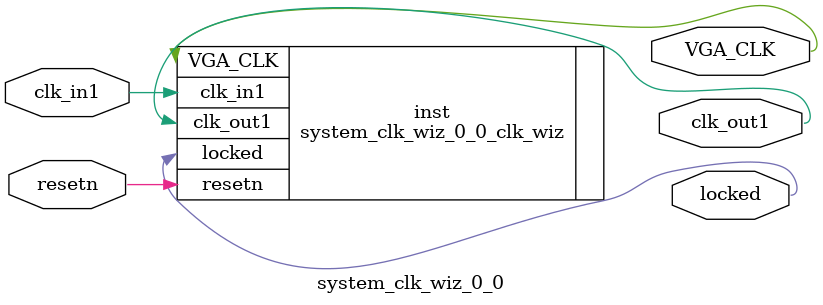
<source format=v>


`timescale 1ps/1ps

(* CORE_GENERATION_INFO = "system_clk_wiz_0_0,clk_wiz_v6_0_16_0_0,{component_name=system_clk_wiz_0_0,use_phase_alignment=true,use_min_o_jitter=false,use_max_i_jitter=false,use_dyn_phase_shift=false,use_inclk_switchover=false,use_dyn_reconfig=false,enable_axi=0,feedback_source=FDBK_AUTO,PRIMITIVE=MMCM,num_out_clk=2,clkin1_period=10.000,clkin2_period=10.000,use_power_down=false,use_reset=true,use_locked=true,use_inclk_stopped=false,feedback_type=SINGLE,CLOCK_MGR_TYPE=NA,manual_override=false}" *)

module system_clk_wiz_0_0 
 (
  // Clock out ports
  output        clk_out1,
  output        VGA_CLK,
  // Status and control signals
  input         resetn,
  output        locked,
 // Clock in ports
  input         clk_in1
 );

  system_clk_wiz_0_0_clk_wiz inst
  (
  // Clock out ports  
  .clk_out1(clk_out1),
  .VGA_CLK(VGA_CLK),
  // Status and control signals               
  .resetn(resetn), 
  .locked(locked),
 // Clock in ports
  .clk_in1(clk_in1)
  );

endmodule

</source>
